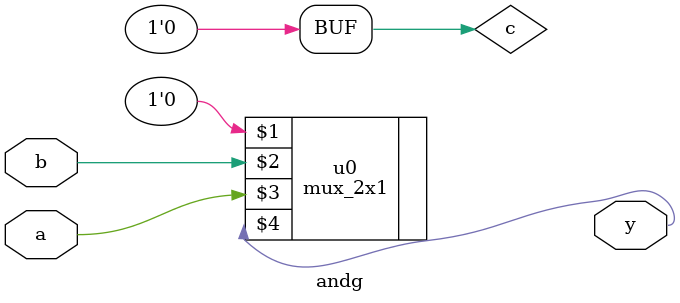
<source format=v>
`include "mux_2x1.v" 
module andg(a,b,y);
input a,b;
wire c;
output y;
// mux_2x1(i0, i1, sel, y);

assign c=a&(~a);

mux_2x1 u0(1'b0,b,a,y);

endmodule

</source>
